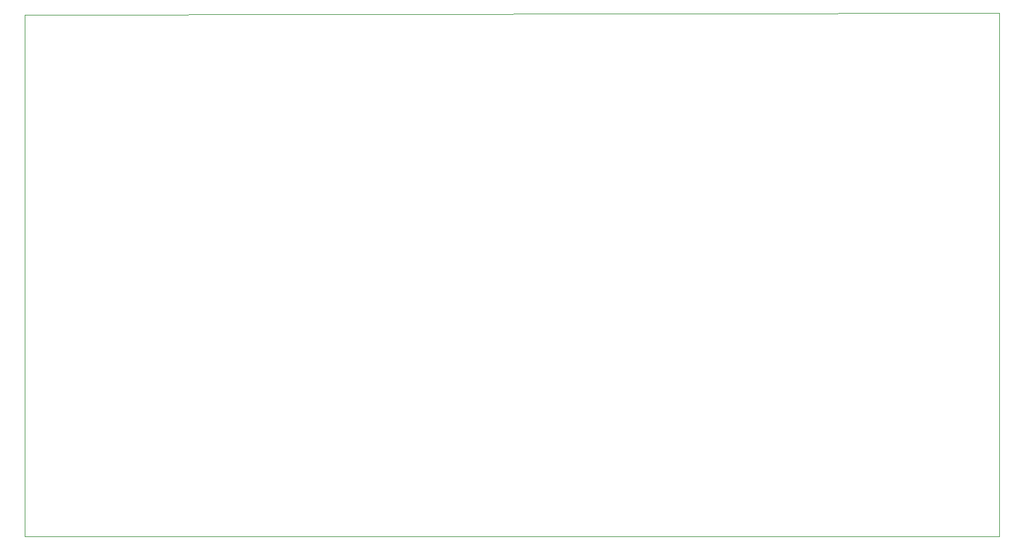
<source format=gbr>
%TF.GenerationSoftware,KiCad,Pcbnew,(5.1.7)-1*%
%TF.CreationDate,2020-12-03T00:14:24-08:00*%
%TF.ProjectId,Reader,52656164-6572-42e6-9b69-6361645f7063,0.0.05b*%
%TF.SameCoordinates,Original*%
%TF.FileFunction,Profile,NP*%
%FSLAX46Y46*%
G04 Gerber Fmt 4.6, Leading zero omitted, Abs format (unit mm)*
G04 Created by KiCad (PCBNEW (5.1.7)-1) date 2020-12-03 00:14:24*
%MOMM*%
%LPD*%
G01*
G04 APERTURE LIST*
%TA.AperFunction,Profile*%
%ADD10C,0.100000*%
%TD*%
G04 APERTURE END LIST*
D10*
X219710000Y-57912000D02*
X219710000Y-129540000D01*
X86360000Y-58166000D02*
X219710000Y-57912000D01*
X86360000Y-129540000D02*
X86360000Y-58166000D01*
X219710000Y-129540000D02*
X86360000Y-129540000D01*
M02*

</source>
